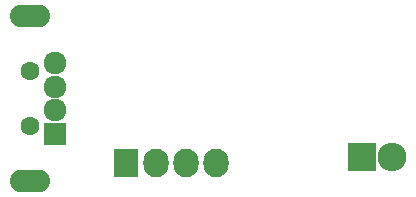
<source format=gbr>
G04 #@! TF.FileFunction,Soldermask,Bot*
%FSLAX46Y46*%
G04 Gerber Fmt 4.6, Leading zero omitted, Abs format (unit mm)*
G04 Created by KiCad (PCBNEW 4.0.5) date Monday, February 13, 2017 'AMt' 09:35:04 AM*
%MOMM*%
%LPD*%
G01*
G04 APERTURE LIST*
%ADD10C,0.100000*%
%ADD11C,1.600000*%
%ADD12O,3.400000X1.900000*%
%ADD13R,1.924000X1.924000*%
%ADD14C,1.924000*%
%ADD15R,2.127200X2.432000*%
%ADD16O,2.127200X2.432000*%
%ADD17R,2.432000X2.432000*%
%ADD18O,2.432000X2.432000*%
G04 APERTURE END LIST*
D10*
D11*
X87900000Y-69300000D03*
D12*
X87900000Y-60000000D03*
D13*
X90000000Y-70000000D03*
D14*
X90000000Y-68000000D03*
X90000000Y-66000000D03*
X90000000Y-64000000D03*
D12*
X87900000Y-74000000D03*
D11*
X87900000Y-64700000D03*
D15*
X96000000Y-72500000D03*
D16*
X98540000Y-72500000D03*
X101080000Y-72500000D03*
X103620000Y-72500000D03*
D17*
X116000000Y-72000000D03*
D18*
X118540000Y-72000000D03*
M02*

</source>
